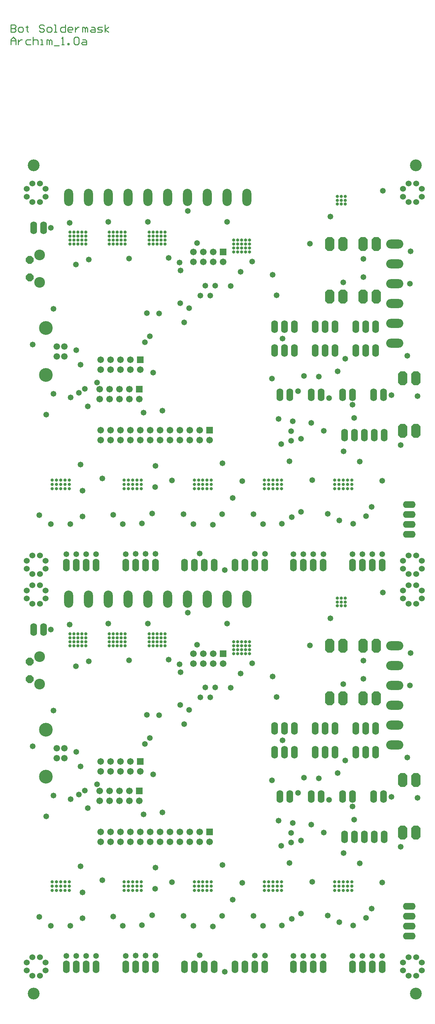
<source format=gbs>
G04 Layer_Color=16711935*
%FSLAX25Y25*%
%MOIN*%
G70*
G01*
G75*
%ADD12C,0.01000*%
%ADD68C,0.06000*%
%ADD103C,0.05800*%
G04:AMPARAMS|DCode=218|XSize=118.74mil|YSize=118.74mil|CornerRadius=59.37mil|HoleSize=0mil|Usage=FLASHONLY|Rotation=90.000|XOffset=0mil|YOffset=0mil|HoleType=Round|Shape=RoundedRectangle|*
%AMROUNDEDRECTD218*
21,1,0.11874,0.00000,0,0,90.0*
21,1,0.00000,0.11874,0,0,90.0*
1,1,0.11874,0.00000,0.00000*
1,1,0.11874,0.00000,0.00000*
1,1,0.11874,0.00000,0.00000*
1,1,0.11874,0.00000,0.00000*
%
%ADD218ROUNDEDRECTD218*%
%ADD281O,0.06800X0.12800*%
%ADD282C,0.06706*%
%ADD283R,0.06706X0.06706*%
%ADD284C,0.13850*%
%ADD285C,0.06600*%
%ADD286C,0.10800*%
%ADD287P,0.08443X8X292.5*%
%ADD288O,0.09050X0.17300*%
G04:AMPARAMS|DCode=289|XSize=141mil|YSize=91mil|CornerRadius=0mil|HoleSize=0mil|Usage=FLASHONLY|Rotation=90.000|XOffset=0mil|YOffset=0mil|HoleType=Round|Shape=Octagon|*
%AMOCTAGOND289*
4,1,8,0.02275,0.07050,-0.02275,0.07050,-0.04550,0.04775,-0.04550,-0.04775,-0.02275,-0.07050,0.02275,-0.07050,0.04550,-0.04775,0.04550,0.04775,0.02275,0.07050,0.0*
%
%ADD289OCTAGOND289*%

%ADD290O,0.12800X0.06800*%
%ADD291O,0.17300X0.09050*%
%ADD292C,0.03300*%
G54D12*
X14869Y969840D02*
Y974838D01*
X17369Y977337D01*
X19868Y974838D01*
Y969840D01*
Y973589D01*
X14869D01*
X22367Y974838D02*
Y969840D01*
Y972339D01*
X23617Y973589D01*
X24866Y974838D01*
X26116D01*
X34863D02*
X31114D01*
X29865Y973589D01*
Y971089D01*
X31114Y969840D01*
X34863D01*
X37362Y977337D02*
Y969840D01*
Y973589D01*
X38612Y974838D01*
X41111D01*
X42360Y973589D01*
Y969840D01*
X44860D02*
X47359D01*
X46109D01*
Y974838D01*
X44860D01*
X51108Y969840D02*
Y974838D01*
X52357D01*
X53607Y973589D01*
Y969840D01*
Y973589D01*
X54856Y974838D01*
X56106Y973589D01*
Y969840D01*
X58605Y968590D02*
X63604D01*
X66103Y969840D02*
X68602D01*
X67352D01*
Y977337D01*
X66103Y976088D01*
X72351Y969840D02*
Y971089D01*
X73601D01*
Y969840D01*
X72351D01*
X78599Y976088D02*
X79848Y977337D01*
X82348D01*
X83597Y976088D01*
Y971089D01*
X82348Y969840D01*
X79848D01*
X78599Y971089D01*
Y976088D01*
X87346Y974838D02*
X89845D01*
X91095Y973589D01*
Y969840D01*
X87346D01*
X86096Y971089D01*
X87346Y972339D01*
X91095D01*
X14869Y989837D02*
Y982340D01*
X18618D01*
X19868Y983589D01*
Y984839D01*
X18618Y986089D01*
X14869D01*
X18618D01*
X19868Y987338D01*
Y988588D01*
X18618Y989837D01*
X14869D01*
X23617Y982340D02*
X26116D01*
X27365Y983589D01*
Y986089D01*
X26116Y987338D01*
X23617D01*
X22367Y986089D01*
Y983589D01*
X23617Y982340D01*
X31114Y988588D02*
Y987338D01*
X29865D01*
X32364D01*
X31114D01*
Y983589D01*
X32364Y982340D01*
X48608Y988588D02*
X47359Y989837D01*
X44860D01*
X43610Y988588D01*
Y987338D01*
X44860Y986089D01*
X47359D01*
X48608Y984839D01*
Y983589D01*
X47359Y982340D01*
X44860D01*
X43610Y983589D01*
X52357Y982340D02*
X54856D01*
X56106Y983589D01*
Y986089D01*
X54856Y987338D01*
X52357D01*
X51108Y986089D01*
Y983589D01*
X52357Y982340D01*
X58605D02*
X61105D01*
X59855D01*
Y989837D01*
X58605D01*
X69852D02*
Y982340D01*
X66103D01*
X64853Y983589D01*
Y986089D01*
X66103Y987338D01*
X69852D01*
X76100Y982340D02*
X73601D01*
X72351Y983589D01*
Y986089D01*
X73601Y987338D01*
X76100D01*
X77349Y986089D01*
Y984839D01*
X72351D01*
X79848Y987338D02*
Y982340D01*
Y984839D01*
X81098Y986089D01*
X82348Y987338D01*
X83597D01*
X87346Y982340D02*
Y987338D01*
X88596D01*
X89845Y986089D01*
Y982340D01*
Y986089D01*
X91095Y987338D01*
X92344Y986089D01*
Y982340D01*
X96093Y987338D02*
X98592D01*
X99842Y986089D01*
Y982340D01*
X96093D01*
X94844Y983589D01*
X96093Y984839D01*
X99842D01*
X102341Y982340D02*
X106090D01*
X107340Y983589D01*
X106090Y984839D01*
X103591D01*
X102341Y986089D01*
X103591Y987338D01*
X107340D01*
X109839Y982340D02*
Y989837D01*
Y984839D02*
X113588Y987338D01*
X109839Y984839D02*
X113588Y982340D01*
G54D68*
X49843Y411457D02*
D03*
Y419331D02*
D03*
X44331Y424843D02*
D03*
X36457D02*
D03*
X30945Y419331D02*
D03*
Y411457D02*
D03*
X36457Y405945D02*
D03*
X44331D02*
D03*
X429843Y411457D02*
D03*
Y419331D02*
D03*
X424331Y424843D02*
D03*
X416457D02*
D03*
X410945Y419331D02*
D03*
Y411457D02*
D03*
X416457Y405945D02*
D03*
X424331D02*
D03*
X49843Y36457D02*
D03*
Y44331D02*
D03*
X44331Y49843D02*
D03*
X36457D02*
D03*
X30945Y44331D02*
D03*
Y36457D02*
D03*
X36457Y30945D02*
D03*
X44331D02*
D03*
X429843Y36457D02*
D03*
Y44331D02*
D03*
X424331Y49843D02*
D03*
X416457D02*
D03*
X410945Y44331D02*
D03*
Y36457D02*
D03*
X416457Y30945D02*
D03*
X424331D02*
D03*
X49843Y816457D02*
D03*
Y824331D02*
D03*
X44331Y829842D02*
D03*
X36457D02*
D03*
X30945Y824331D02*
D03*
Y816457D02*
D03*
X36457Y810945D02*
D03*
X44331D02*
D03*
X429843Y816457D02*
D03*
Y824331D02*
D03*
X424331Y829842D02*
D03*
X416457D02*
D03*
X410945Y824331D02*
D03*
Y816457D02*
D03*
X416457Y810945D02*
D03*
X424331D02*
D03*
X49843Y441457D02*
D03*
Y449331D02*
D03*
X44331Y454843D02*
D03*
X36457D02*
D03*
X30945Y449331D02*
D03*
Y441457D02*
D03*
X36457Y435945D02*
D03*
X44331D02*
D03*
X429843Y441457D02*
D03*
Y449331D02*
D03*
X424331Y454843D02*
D03*
X416457D02*
D03*
X410945Y449331D02*
D03*
Y441457D02*
D03*
X416457Y435945D02*
D03*
X424331D02*
D03*
G54D103*
X247036Y335621D02*
D03*
X258414Y346157D02*
D03*
X389896Y51143D02*
D03*
X379891Y51113D02*
D03*
X369907Y51142D02*
D03*
X359908Y51130D02*
D03*
X379265Y98567D02*
D03*
X373606Y89216D02*
D03*
X360542Y81590D02*
D03*
X346721Y84985D02*
D03*
X334803Y91615D02*
D03*
X330411Y51165D02*
D03*
X320387Y51174D02*
D03*
X310394Y51084D02*
D03*
X300390Y50975D02*
D03*
X350789Y154848D02*
D03*
X370794Y348794D02*
D03*
X350594Y324994D02*
D03*
X370794Y330294D02*
D03*
X417794Y323594D02*
D03*
X337494Y391494D02*
D03*
X425494Y210394D02*
D03*
X36770Y262492D02*
D03*
X80807Y256791D02*
D03*
X193494Y396894D02*
D03*
X408699Y161069D02*
D03*
X415094Y251094D02*
D03*
X316794Y363894D02*
D03*
X55294Y379894D02*
D03*
X279194Y332794D02*
D03*
X390501Y417476D02*
D03*
X287894Y161944D02*
D03*
X330906Y175492D02*
D03*
X74394Y384894D02*
D03*
X113394Y385994D02*
D03*
X153094D02*
D03*
X233294D02*
D03*
X418694Y356494D02*
D03*
X230942Y35181D02*
D03*
X205544Y51563D02*
D03*
X271425Y51258D02*
D03*
X261349Y51298D02*
D03*
X285275Y187397D02*
D03*
X283294Y312154D02*
D03*
X189994Y284694D02*
D03*
X221194Y321694D02*
D03*
X216294Y311694D02*
D03*
X211294Y321694D02*
D03*
X206294Y311694D02*
D03*
X160908Y51227D02*
D03*
X150944Y51241D02*
D03*
X140838Y51252D02*
D03*
X130909Y51162D02*
D03*
X100914Y51134D02*
D03*
X90895Y51100D02*
D03*
X80905Y51120D02*
D03*
X70901Y51149D02*
D03*
X87388Y89011D02*
D03*
X75041Y81416D02*
D03*
X55295Y81295D02*
D03*
X43647Y90430D02*
D03*
X157444Y91891D02*
D03*
X147342Y81898D02*
D03*
X128047Y81284D02*
D03*
X118261Y90663D02*
D03*
X228377Y91512D02*
D03*
X219028Y80757D02*
D03*
X199236Y81488D02*
D03*
X189394Y91516D02*
D03*
X308007Y93834D02*
D03*
X298639Y88481D02*
D03*
X288531Y81826D02*
D03*
X269667Y81303D02*
D03*
X259876Y91350D02*
D03*
X389809Y125055D02*
D03*
X367075Y144341D02*
D03*
X361504Y188365D02*
D03*
X307894Y167294D02*
D03*
X296205Y144629D02*
D03*
X297894Y175094D02*
D03*
X299568Y184917D02*
D03*
X318332Y183415D02*
D03*
X319328Y125546D02*
D03*
X297894Y165394D02*
D03*
X248411Y124677D02*
D03*
X238794Y107794D02*
D03*
X228457Y142767D02*
D03*
X160851Y139872D02*
D03*
X177699Y125205D02*
D03*
X160614Y118659D02*
D03*
X107161Y127528D02*
D03*
X87282Y115202D02*
D03*
X85308Y141345D02*
D03*
X359894Y201594D02*
D03*
X336394Y208494D02*
D03*
X304994Y215394D02*
D03*
X148880Y193661D02*
D03*
X167833Y195627D02*
D03*
X50620Y191674D02*
D03*
X92558Y199893D02*
D03*
X399194Y211394D02*
D03*
X352570Y248003D02*
D03*
X345050Y235282D02*
D03*
X325932Y230006D02*
D03*
X310921Y230592D02*
D03*
X278488Y227925D02*
D03*
X158558Y234110D02*
D03*
X101754Y223988D02*
D03*
X89589Y217751D02*
D03*
X83514Y213566D02*
D03*
X75330Y209167D02*
D03*
X58003Y212765D02*
D03*
X85219Y242131D02*
D03*
X150391Y264700D02*
D03*
X155080Y270862D02*
D03*
X194744Y298882D02*
D03*
X185927Y303907D02*
D03*
X236830Y321511D02*
D03*
X202868Y364819D02*
D03*
X164413Y293690D02*
D03*
X152281Y293897D02*
D03*
X186175Y336923D02*
D03*
X185375Y344918D02*
D03*
X174261Y349621D02*
D03*
X134240Y349003D02*
D03*
X93594Y348149D02*
D03*
X80730Y343089D02*
D03*
X57977Y298222D02*
D03*
X289320Y268438D02*
D03*
X247036Y740621D02*
D03*
X258414Y751157D02*
D03*
X389896Y456143D02*
D03*
X379891Y456113D02*
D03*
X369907Y456142D02*
D03*
X359908Y456130D02*
D03*
X379265Y503567D02*
D03*
X373606Y494216D02*
D03*
X360542Y486590D02*
D03*
X346721Y489985D02*
D03*
X334803Y496615D02*
D03*
X330411Y456165D02*
D03*
X320387Y456174D02*
D03*
X310394Y456084D02*
D03*
X300390Y455975D02*
D03*
X350789Y559848D02*
D03*
X370794Y753794D02*
D03*
X350594Y729994D02*
D03*
X370794Y735294D02*
D03*
X417794Y728594D02*
D03*
X337494Y796494D02*
D03*
X425494Y615394D02*
D03*
X36770Y667492D02*
D03*
X80807Y661791D02*
D03*
X193494Y801894D02*
D03*
X408699Y566069D02*
D03*
X415094Y656094D02*
D03*
X316794Y768894D02*
D03*
X55294Y784894D02*
D03*
X279194Y737794D02*
D03*
X390501Y822476D02*
D03*
X287894Y566944D02*
D03*
X330906Y580492D02*
D03*
X74394Y789894D02*
D03*
X113394Y790994D02*
D03*
X153094D02*
D03*
X233294D02*
D03*
X418694Y761494D02*
D03*
X230942Y440181D02*
D03*
X205544Y456563D02*
D03*
X271425Y456258D02*
D03*
X261349Y456298D02*
D03*
X285275Y592397D02*
D03*
X283294Y717154D02*
D03*
X189994Y689694D02*
D03*
X221194Y726694D02*
D03*
X216294Y716694D02*
D03*
X211294Y726694D02*
D03*
X206294Y716694D02*
D03*
X160908Y456227D02*
D03*
X150944Y456241D02*
D03*
X140838Y456252D02*
D03*
X130909Y456162D02*
D03*
X100914Y456134D02*
D03*
X90895Y456101D02*
D03*
X80905Y456119D02*
D03*
X70901Y456149D02*
D03*
X87388Y494011D02*
D03*
X75041Y486416D02*
D03*
X55295Y486295D02*
D03*
X43647Y495430D02*
D03*
X157444Y496891D02*
D03*
X147342Y486898D02*
D03*
X128047Y486284D02*
D03*
X118261Y495663D02*
D03*
X228377Y496512D02*
D03*
X219028Y485757D02*
D03*
X199236Y486488D02*
D03*
X189394Y496516D02*
D03*
X308007Y498834D02*
D03*
X298639Y493481D02*
D03*
X288531Y486826D02*
D03*
X269667Y486303D02*
D03*
X259876Y496350D02*
D03*
X389809Y530055D02*
D03*
X367075Y549341D02*
D03*
X361504Y593365D02*
D03*
X307894Y572294D02*
D03*
X296205Y549629D02*
D03*
X297894Y580094D02*
D03*
X299568Y589917D02*
D03*
X318332Y588415D02*
D03*
X319328Y530546D02*
D03*
X297894Y570394D02*
D03*
X248411Y529677D02*
D03*
X238794Y512794D02*
D03*
X228457Y547767D02*
D03*
X160851Y544872D02*
D03*
X177699Y530204D02*
D03*
X160614Y523660D02*
D03*
X107161Y532528D02*
D03*
X87282Y520202D02*
D03*
X85308Y546345D02*
D03*
X359894Y606594D02*
D03*
X336394Y613494D02*
D03*
X304994Y620394D02*
D03*
X148880Y598661D02*
D03*
X167833Y600627D02*
D03*
X50620Y596674D02*
D03*
X92558Y604893D02*
D03*
X399194Y616394D02*
D03*
X352570Y653003D02*
D03*
X345050Y640282D02*
D03*
X325932Y635006D02*
D03*
X310921Y635592D02*
D03*
X278488Y632926D02*
D03*
X158558Y639110D02*
D03*
X101754Y628988D02*
D03*
X89589Y622751D02*
D03*
X83514Y618566D02*
D03*
X75330Y614167D02*
D03*
X58003Y617765D02*
D03*
X85219Y647131D02*
D03*
X150391Y669700D02*
D03*
X155080Y675862D02*
D03*
X194744Y703882D02*
D03*
X185927Y708907D02*
D03*
X236830Y726510D02*
D03*
X202868Y769819D02*
D03*
X164413Y698690D02*
D03*
X152281Y698897D02*
D03*
X186175Y741923D02*
D03*
X185375Y749918D02*
D03*
X174261Y754621D02*
D03*
X134240Y754003D02*
D03*
X93594Y753149D02*
D03*
X80730Y748089D02*
D03*
X57977Y703222D02*
D03*
X289320Y673438D02*
D03*
G54D218*
X37894Y12894D02*
D03*
X423780Y13189D02*
D03*
Y847974D02*
D03*
X37894D02*
D03*
G54D281*
X381194Y211694D02*
D03*
X391194D02*
D03*
X359894D02*
D03*
X349894D02*
D03*
X37794Y379894D02*
D03*
X47794D02*
D03*
X296694Y211694D02*
D03*
X286694D02*
D03*
X318394D02*
D03*
X328394D02*
D03*
X342144Y280294D02*
D03*
X332144D02*
D03*
X322144D02*
D03*
X363194D02*
D03*
X373194D02*
D03*
X383194D02*
D03*
X301094D02*
D03*
X291094D02*
D03*
X281094D02*
D03*
X383194Y256294D02*
D03*
X373194D02*
D03*
X363194D02*
D03*
X322144D02*
D03*
X332144D02*
D03*
X342144D02*
D03*
X301094D02*
D03*
X291094D02*
D03*
X281094D02*
D03*
X359894Y39894D02*
D03*
X369894D02*
D03*
X379894D02*
D03*
X389894D02*
D03*
X300394D02*
D03*
X310394D02*
D03*
X320394D02*
D03*
X330394D02*
D03*
X190394D02*
D03*
X200394D02*
D03*
X210394D02*
D03*
X220394D02*
D03*
X241394D02*
D03*
X251394D02*
D03*
X261394D02*
D03*
X271394D02*
D03*
X130894D02*
D03*
X140894D02*
D03*
X150894D02*
D03*
X160894D02*
D03*
X100894D02*
D03*
X90894D02*
D03*
X80894D02*
D03*
X70894D02*
D03*
X381894Y170894D02*
D03*
X371894D02*
D03*
X361894D02*
D03*
X351894D02*
D03*
X391894D02*
D03*
X381194Y616694D02*
D03*
X391194D02*
D03*
X359894D02*
D03*
X349894D02*
D03*
X37794Y784894D02*
D03*
X47794D02*
D03*
X296694Y616694D02*
D03*
X286694D02*
D03*
X318394D02*
D03*
X328394D02*
D03*
X342144Y685294D02*
D03*
X332144D02*
D03*
X322144D02*
D03*
X363194D02*
D03*
X373194D02*
D03*
X383194D02*
D03*
X301094D02*
D03*
X291094D02*
D03*
X281094D02*
D03*
X383194Y661294D02*
D03*
X373194D02*
D03*
X363194D02*
D03*
X322144D02*
D03*
X332144D02*
D03*
X342144D02*
D03*
X301094D02*
D03*
X291094D02*
D03*
X281094D02*
D03*
X359894Y444894D02*
D03*
X369894D02*
D03*
X379894D02*
D03*
X389894D02*
D03*
X300394D02*
D03*
X310394D02*
D03*
X320394D02*
D03*
X330394D02*
D03*
X190394D02*
D03*
X200394D02*
D03*
X210394D02*
D03*
X220394D02*
D03*
X241394D02*
D03*
X251394D02*
D03*
X261394D02*
D03*
X271394D02*
D03*
X130894D02*
D03*
X140894D02*
D03*
X150894D02*
D03*
X160894D02*
D03*
X100894D02*
D03*
X90894D02*
D03*
X80894D02*
D03*
X70894D02*
D03*
X381894Y575894D02*
D03*
X371894D02*
D03*
X361894D02*
D03*
X351894D02*
D03*
X391894D02*
D03*
G54D282*
X199194Y345694D02*
D03*
Y355694D02*
D03*
X209194Y345694D02*
D03*
Y355694D02*
D03*
X219194Y345694D02*
D03*
Y355694D02*
D03*
X229194Y345694D02*
D03*
X215494Y165994D02*
D03*
X205494Y175994D02*
D03*
Y165994D02*
D03*
X195494Y175994D02*
D03*
Y165994D02*
D03*
X185494Y175994D02*
D03*
Y165994D02*
D03*
X175494Y175994D02*
D03*
Y165994D02*
D03*
X165494Y175994D02*
D03*
Y165994D02*
D03*
X155494Y175994D02*
D03*
Y165994D02*
D03*
X145494Y175994D02*
D03*
Y165994D02*
D03*
X135494Y175994D02*
D03*
Y165994D02*
D03*
X125494Y175994D02*
D03*
Y165994D02*
D03*
X115494Y175994D02*
D03*
Y165994D02*
D03*
X105494Y175994D02*
D03*
Y165994D02*
D03*
X104694Y207394D02*
D03*
Y217394D02*
D03*
X114694Y207394D02*
D03*
Y217394D02*
D03*
X124694Y207394D02*
D03*
Y217394D02*
D03*
X134694Y207394D02*
D03*
Y217394D02*
D03*
X144694Y207394D02*
D03*
X105494Y236894D02*
D03*
Y246894D02*
D03*
X115494Y236894D02*
D03*
Y246894D02*
D03*
X125494Y236894D02*
D03*
Y246894D02*
D03*
X135494Y236894D02*
D03*
Y246894D02*
D03*
X145494Y236894D02*
D03*
X199194Y750694D02*
D03*
Y760694D02*
D03*
X209194Y750694D02*
D03*
Y760694D02*
D03*
X219194Y750694D02*
D03*
Y760694D02*
D03*
X229194Y750694D02*
D03*
X215494Y570994D02*
D03*
X205494Y580994D02*
D03*
Y570994D02*
D03*
X195494Y580994D02*
D03*
Y570994D02*
D03*
X185494Y580994D02*
D03*
Y570994D02*
D03*
X175494Y580994D02*
D03*
Y570994D02*
D03*
X165494Y580994D02*
D03*
Y570994D02*
D03*
X155494Y580994D02*
D03*
Y570994D02*
D03*
X145494Y580994D02*
D03*
Y570994D02*
D03*
X135494Y580994D02*
D03*
Y570994D02*
D03*
X125494Y580994D02*
D03*
Y570994D02*
D03*
X115494Y580994D02*
D03*
Y570994D02*
D03*
X105494Y580994D02*
D03*
Y570994D02*
D03*
X104694Y612394D02*
D03*
Y622394D02*
D03*
X114694Y612394D02*
D03*
Y622394D02*
D03*
X124694Y612394D02*
D03*
Y622394D02*
D03*
X134694Y612394D02*
D03*
Y622394D02*
D03*
X144694Y612394D02*
D03*
X105494Y641894D02*
D03*
Y651894D02*
D03*
X115494Y641894D02*
D03*
Y651894D02*
D03*
X125494Y641894D02*
D03*
Y651894D02*
D03*
X135494Y641894D02*
D03*
Y651894D02*
D03*
X145494Y641894D02*
D03*
G54D283*
X229194Y355694D02*
D03*
X215494Y175994D02*
D03*
X144694Y217394D02*
D03*
X145494Y246894D02*
D03*
X229194Y760694D02*
D03*
X215494Y580994D02*
D03*
X144694Y622394D02*
D03*
X145494Y651894D02*
D03*
G54D284*
X50394Y231694D02*
D03*
Y279016D02*
D03*
Y636694D02*
D03*
Y684016D02*
D03*
G54D285*
X61094Y250394D02*
D03*
Y260315D02*
D03*
X68994D02*
D03*
Y250394D02*
D03*
X61094Y655394D02*
D03*
Y665315D02*
D03*
X68994D02*
D03*
Y655394D02*
D03*
G54D286*
X43794Y325094D02*
D03*
Y352694D02*
D03*
Y730094D02*
D03*
Y757694D02*
D03*
G54D287*
X33994Y329994D02*
D03*
Y347794D02*
D03*
Y734994D02*
D03*
Y752794D02*
D03*
G54D288*
X73394Y410594D02*
D03*
X93394D02*
D03*
X113394D02*
D03*
X133394D02*
D03*
X153394D02*
D03*
X173394D02*
D03*
X193394D02*
D03*
X213394D02*
D03*
X233394D02*
D03*
X253394D02*
D03*
X73394Y815594D02*
D03*
X93394D02*
D03*
X113394D02*
D03*
X133394D02*
D03*
X153394D02*
D03*
X173394D02*
D03*
X193394D02*
D03*
X213394D02*
D03*
X233394D02*
D03*
X253394D02*
D03*
G54D289*
X336894Y363794D02*
D03*
X350294D02*
D03*
Y310794D02*
D03*
X336894D02*
D03*
X370494Y363794D02*
D03*
X383894D02*
D03*
Y310794D02*
D03*
X370494D02*
D03*
X423826Y228272D02*
D03*
X410426D02*
D03*
Y175272D02*
D03*
X423826D02*
D03*
X336894Y768794D02*
D03*
X350294D02*
D03*
Y715794D02*
D03*
X336894D02*
D03*
X370494Y768794D02*
D03*
X383894D02*
D03*
Y715794D02*
D03*
X370494D02*
D03*
X423826Y633272D02*
D03*
X410426D02*
D03*
Y580272D02*
D03*
X423826D02*
D03*
G54D290*
X417194Y100894D02*
D03*
Y90894D02*
D03*
Y80894D02*
D03*
Y70894D02*
D03*
Y505894D02*
D03*
Y495894D02*
D03*
Y485894D02*
D03*
Y475894D02*
D03*
G54D291*
X402457Y263642D02*
D03*
Y283642D02*
D03*
Y303642D02*
D03*
Y323642D02*
D03*
Y363642D02*
D03*
Y343642D02*
D03*
Y668642D02*
D03*
Y688642D02*
D03*
Y708642D02*
D03*
Y728642D02*
D03*
Y768642D02*
D03*
Y748642D02*
D03*
G54D292*
X217397Y125624D02*
D03*
Y121294D02*
D03*
Y116963D02*
D03*
X213066Y125624D02*
D03*
Y121294D02*
D03*
Y116963D02*
D03*
X208736Y125624D02*
D03*
Y121294D02*
D03*
Y116963D02*
D03*
X204405Y125624D02*
D03*
Y121294D02*
D03*
Y116963D02*
D03*
X200074Y125624D02*
D03*
Y121294D02*
D03*
Y116963D02*
D03*
X56477D02*
D03*
Y121294D02*
D03*
Y125624D02*
D03*
X60807Y116963D02*
D03*
Y121294D02*
D03*
Y125624D02*
D03*
X65138Y116963D02*
D03*
Y121294D02*
D03*
Y125624D02*
D03*
X69469Y116963D02*
D03*
Y121294D02*
D03*
Y125624D02*
D03*
X73799Y116963D02*
D03*
Y121294D02*
D03*
Y125624D02*
D03*
X146485D02*
D03*
Y121294D02*
D03*
Y116963D02*
D03*
X142155Y125624D02*
D03*
Y121294D02*
D03*
Y116963D02*
D03*
X137824Y125624D02*
D03*
Y121294D02*
D03*
Y116963D02*
D03*
X133493Y125624D02*
D03*
Y121294D02*
D03*
Y116963D02*
D03*
X129162Y125624D02*
D03*
Y121294D02*
D03*
Y116963D02*
D03*
X270934D02*
D03*
Y121294D02*
D03*
Y125624D02*
D03*
X275265Y116963D02*
D03*
Y121294D02*
D03*
Y125624D02*
D03*
X279596Y116963D02*
D03*
Y121294D02*
D03*
Y125624D02*
D03*
X283926Y116963D02*
D03*
Y121294D02*
D03*
Y125624D02*
D03*
X288257Y116963D02*
D03*
Y121294D02*
D03*
Y125624D02*
D03*
X359143D02*
D03*
Y121294D02*
D03*
Y116963D02*
D03*
X354812Y125624D02*
D03*
Y121294D02*
D03*
Y116963D02*
D03*
X350482Y125624D02*
D03*
Y121294D02*
D03*
Y116963D02*
D03*
X346151Y125624D02*
D03*
Y121294D02*
D03*
Y116963D02*
D03*
X341820Y125624D02*
D03*
Y121294D02*
D03*
Y116963D02*
D03*
X248043Y363596D02*
D03*
Y367596D02*
D03*
Y359596D02*
D03*
Y355596D02*
D03*
X244043D02*
D03*
X240043D02*
D03*
Y359596D02*
D03*
X244043D02*
D03*
Y363596D02*
D03*
X240043D02*
D03*
Y367596D02*
D03*
X244043D02*
D03*
X252043D02*
D03*
X256043D02*
D03*
Y363596D02*
D03*
X252043D02*
D03*
Y359596D02*
D03*
X256043D02*
D03*
Y355596D02*
D03*
X252043D02*
D03*
X166494Y363596D02*
D03*
X170494D02*
D03*
Y367596D02*
D03*
X166494D02*
D03*
Y371596D02*
D03*
X170494D02*
D03*
Y375596D02*
D03*
X166494D02*
D03*
X158494D02*
D03*
X154494D02*
D03*
Y371596D02*
D03*
X158494D02*
D03*
Y367596D02*
D03*
X154494D02*
D03*
Y363596D02*
D03*
X158494D02*
D03*
X162494D02*
D03*
Y367596D02*
D03*
Y375596D02*
D03*
Y371596D02*
D03*
X122394D02*
D03*
Y375596D02*
D03*
Y367596D02*
D03*
Y363596D02*
D03*
X118394D02*
D03*
X114394D02*
D03*
Y367596D02*
D03*
X118394D02*
D03*
Y371596D02*
D03*
X114394D02*
D03*
Y375596D02*
D03*
X118394D02*
D03*
X126394D02*
D03*
X130394D02*
D03*
Y371596D02*
D03*
X126394D02*
D03*
Y367596D02*
D03*
X130394D02*
D03*
Y363596D02*
D03*
X126394D02*
D03*
X86543D02*
D03*
X90543D02*
D03*
Y367596D02*
D03*
X86543D02*
D03*
Y371596D02*
D03*
X90543D02*
D03*
Y375596D02*
D03*
X86543D02*
D03*
X78543D02*
D03*
X74543D02*
D03*
Y371596D02*
D03*
X78543D02*
D03*
Y367596D02*
D03*
X74543D02*
D03*
Y363596D02*
D03*
X78543D02*
D03*
X82543D02*
D03*
Y367596D02*
D03*
Y375596D02*
D03*
Y371596D02*
D03*
X352462Y411773D02*
D03*
X348525D02*
D03*
X344588D02*
D03*
Y407836D02*
D03*
Y403899D02*
D03*
X348525D02*
D03*
X352462D02*
D03*
Y407836D02*
D03*
X348525D02*
D03*
X217397Y530624D02*
D03*
Y526294D02*
D03*
Y521963D02*
D03*
X213066Y530624D02*
D03*
Y526294D02*
D03*
Y521963D02*
D03*
X208736Y530624D02*
D03*
Y526294D02*
D03*
Y521963D02*
D03*
X204405Y530624D02*
D03*
Y526294D02*
D03*
Y521963D02*
D03*
X200074Y530624D02*
D03*
Y526294D02*
D03*
Y521963D02*
D03*
X56477D02*
D03*
Y526294D02*
D03*
Y530624D02*
D03*
X60807Y521963D02*
D03*
Y526294D02*
D03*
Y530624D02*
D03*
X65138Y521963D02*
D03*
Y526294D02*
D03*
Y530624D02*
D03*
X69469Y521963D02*
D03*
Y526294D02*
D03*
Y530624D02*
D03*
X73799Y521963D02*
D03*
Y526294D02*
D03*
Y530624D02*
D03*
X146485D02*
D03*
Y526294D02*
D03*
Y521963D02*
D03*
X142155Y530624D02*
D03*
Y526294D02*
D03*
Y521963D02*
D03*
X137824Y530624D02*
D03*
Y526294D02*
D03*
Y521963D02*
D03*
X133493Y530624D02*
D03*
Y526294D02*
D03*
Y521963D02*
D03*
X129162Y530624D02*
D03*
Y526294D02*
D03*
Y521963D02*
D03*
X270934D02*
D03*
Y526294D02*
D03*
Y530624D02*
D03*
X275265Y521963D02*
D03*
Y526294D02*
D03*
Y530624D02*
D03*
X279596Y521963D02*
D03*
Y526294D02*
D03*
Y530624D02*
D03*
X283926Y521963D02*
D03*
Y526294D02*
D03*
Y530624D02*
D03*
X288257Y521963D02*
D03*
Y526294D02*
D03*
Y530624D02*
D03*
X359143D02*
D03*
Y526294D02*
D03*
Y521963D02*
D03*
X354812Y530624D02*
D03*
Y526294D02*
D03*
Y521963D02*
D03*
X350482Y530624D02*
D03*
Y526294D02*
D03*
Y521963D02*
D03*
X346151Y530624D02*
D03*
Y526294D02*
D03*
Y521963D02*
D03*
X341820Y530624D02*
D03*
Y526294D02*
D03*
Y521963D02*
D03*
X248043Y768596D02*
D03*
Y772596D02*
D03*
Y764596D02*
D03*
Y760596D02*
D03*
X244043D02*
D03*
X240043D02*
D03*
Y764596D02*
D03*
X244043D02*
D03*
Y768596D02*
D03*
X240043D02*
D03*
Y772596D02*
D03*
X244043D02*
D03*
X252043D02*
D03*
X256043D02*
D03*
Y768596D02*
D03*
X252043D02*
D03*
Y764596D02*
D03*
X256043D02*
D03*
Y760596D02*
D03*
X252043D02*
D03*
X166494Y768596D02*
D03*
X170494D02*
D03*
Y772596D02*
D03*
X166494D02*
D03*
Y776596D02*
D03*
X170494D02*
D03*
Y780596D02*
D03*
X166494D02*
D03*
X158494D02*
D03*
X154494D02*
D03*
Y776596D02*
D03*
X158494D02*
D03*
Y772596D02*
D03*
X154494D02*
D03*
Y768596D02*
D03*
X158494D02*
D03*
X162494D02*
D03*
Y772596D02*
D03*
Y780596D02*
D03*
Y776596D02*
D03*
X122394D02*
D03*
Y780596D02*
D03*
Y772596D02*
D03*
Y768596D02*
D03*
X118394D02*
D03*
X114394D02*
D03*
Y772596D02*
D03*
X118394D02*
D03*
Y776596D02*
D03*
X114394D02*
D03*
Y780596D02*
D03*
X118394D02*
D03*
X126394D02*
D03*
X130394D02*
D03*
Y776596D02*
D03*
X126394D02*
D03*
Y772596D02*
D03*
X130394D02*
D03*
Y768596D02*
D03*
X126394D02*
D03*
X86543D02*
D03*
X90543D02*
D03*
Y772596D02*
D03*
X86543D02*
D03*
Y776596D02*
D03*
X90543D02*
D03*
Y780596D02*
D03*
X86543D02*
D03*
X78543D02*
D03*
X74543D02*
D03*
Y776596D02*
D03*
X78543D02*
D03*
Y772596D02*
D03*
X74543D02*
D03*
Y768596D02*
D03*
X78543D02*
D03*
X82543D02*
D03*
Y772596D02*
D03*
Y780596D02*
D03*
Y776596D02*
D03*
X352462Y816773D02*
D03*
X348525D02*
D03*
X344588D02*
D03*
Y812836D02*
D03*
Y808899D02*
D03*
X348525D02*
D03*
X352462D02*
D03*
Y812836D02*
D03*
X348525D02*
D03*
M02*

</source>
